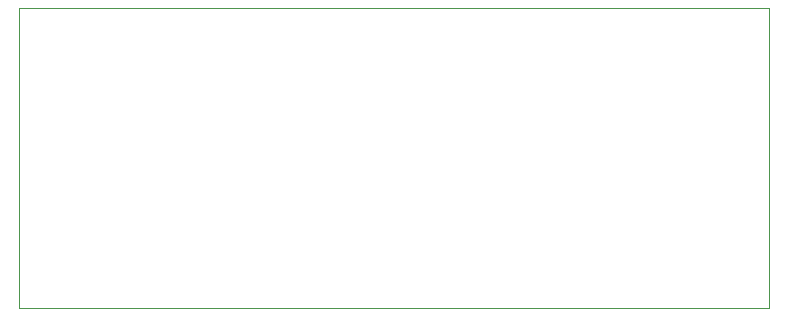
<source format=gko>
G04 (created by PCBNEW (2013-03-31 BZR 4008)-stable) date 21.10.2013 14:27:09*
%MOIN*%
G04 Gerber Fmt 3.4, Leading zero omitted, Abs format*
%FSLAX34Y34*%
G01*
G70*
G90*
G04 APERTURE LIST*
%ADD10C,0.006*%
%ADD11C,0.00393701*%
G04 APERTURE END LIST*
G54D10*
G54D11*
X60500Y-52500D02*
X60500Y-42500D01*
X85500Y-52500D02*
X60500Y-52500D01*
X85500Y-42500D02*
X85500Y-52500D01*
X60500Y-42500D02*
X85500Y-42500D01*
M02*

</source>
